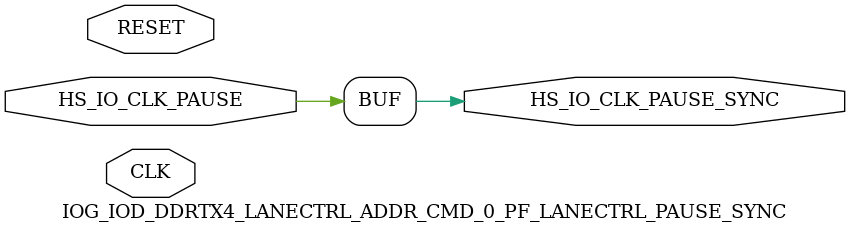
<source format=v>


module IOG_IOD_DDRTX4_LANECTRL_ADDR_CMD_0_PF_LANECTRL_PAUSE_SYNC( CLK, RESET, HS_IO_CLK_PAUSE, HS_IO_CLK_PAUSE_SYNC );
	
	input CLK, RESET, HS_IO_CLK_PAUSE;
	output HS_IO_CLK_PAUSE_SYNC;

	parameter ENABLE_PAUSE_EXTENSION = 2'b00;

	reg pause_reg_0, pause_reg_1, pause;
	wire pause_sync_0_i;

	generate 
		if( ENABLE_PAUSE_EXTENSION == 3'b000 ) begin : feed
			assign HS_IO_CLK_PAUSE_SYNC = HS_IO_CLK_PAUSE;
		end else if( ENABLE_PAUSE_EXTENSION == 3'b001 ) begin : pipe
			(* HS_IO_CLK_PAUSE_SYNC = 1, syn_keep = 1 *) SLE pause_sync_0(
				.CLK( CLK ),
				.D( HS_IO_CLK_PAUSE ),
				.Q( pause_sync_0_i ),
				.LAT( 1'b0 ),
				.EN( 1'b1 ),
				.ALn( ~RESET ),
				.ADn( 1'b1 ),
				.SLn( 1'b1 ),
				.SD( 1'b0 )
				);

			(* HS_IO_CLK_PAUSE_SYNC = 1, syn_keep = 1 *) SLE pause_sync (
				.CLK( CLK ),
				.D( pause_sync_0_i ),
				.Q( HS_IO_CLK_PAUSE_SYNC ),
				.LAT( 1'b0 ),
				.EN( 1'b1 ),
				.ALn( ~RESET ),
				.ADn( 1'b1 ),
				.SLn( 1'b1 ),
				.SD( 1'b0 )
				);
		end else if ( ENABLE_PAUSE_EXTENSION == 3'b010 ) begin : ext_pipe
			always @(posedge CLK or posedge RESET) begin : ext
				if( RESET == 1'b1 ) begin
					pause_reg_0 <= 1'b0;
					pause_reg_1 <= 1'b0;
					pause <= 1'b0;
				end else begin
					pause_reg_0 <= HS_IO_CLK_PAUSE;
					pause_reg_1 <= pause_reg_0;
					if( HS_IO_CLK_PAUSE == 1'b0 && pause_reg_0 ==1'b1 && pause_reg_1 == 1'b0 )
						pause <= 1'b1; // Extend by 1 cycle if the pulse is less than a cycle
					else
						pause <= HS_IO_CLK_PAUSE;
				end
			end

			(* HS_IO_CLK_PAUSE_SYNC = 1, syn_keep = 1 *) SLE pause_sync (
				.CLK( CLK ),
				.D( pause ),
				.Q( HS_IO_CLK_PAUSE_SYNC ),
				.LAT( 1'b0 ),
				.EN( 1'b1 ),
				.ALn( ~RESET ),
				.ADn( 1'b1 ),
				.SLn( 1'b1 ),
				.SD( 1'b0 )
				);
		end else if ( ENABLE_PAUSE_EXTENSION == 3'b011 ) begin : pipe_fall 
			(* HS_IO_CLK_PAUSE_SYNC = 1, syn_keep = 1 *) SLE pause_sync_0 (
				.CLK( CLK ),
				.D( HS_IO_CLK_PAUSE ),
				.Q( pause_sync_0_i ),
				.LAT( 1'b0 ),
				.EN( 1'b1 ),
				.ALn( ~RESET ),
				.ADn( 1'b1 ),
				.SLn( 1'b1 ),
				.SD( 1'b0 )
				);

			(* HS_IO_CLK_PAUSE_SYNC = 1, syn_keep = 1 *) SLE pause_sync (
				.CLK( ~CLK ),
				.D( pause_sync_0_i ),
				.Q( HS_IO_CLK_PAUSE_SYNC ),
				.LAT( 1'b0 ),
				.EN( 1'b1 ),
				.ALn( ~RESET ),
				.ADn( 1'b1 ),
				.SLn( 1'b1 ),
				.SD( 1'b0 )
				);
		end else if ( ENABLE_PAUSE_EXTENSION == 3'b100 ) begin : ext_pipe_fall 
			always @(posedge CLK or posedge RESET) begin : ext
				if( RESET == 1'b1 ) begin
					pause_reg_0 <= 1'b0;
					pause_reg_1 <= 1'b0;
					pause <= 1'b0;
				end else begin
					pause_reg_0 <= HS_IO_CLK_PAUSE;
					pause_reg_1 <= pause_reg_0;
					if( HS_IO_CLK_PAUSE == 1'b0 && pause_reg_0 ==1'b1 && pause_reg_1 == 1'b0 )
						pause <= 1'b1; // Extend by 1 cycle if the pulse is less than a cycle
					else
						pause <= HS_IO_CLK_PAUSE;
				end
			end

			(* HS_IO_CLK_PAUSE_SYNC = 1, syn_keep = 1 *) SLE pause_sync (
				.CLK( ~CLK ),
				.D( pause ),
				.Q( HS_IO_CLK_PAUSE_SYNC ),
				.LAT( 1'b0 ),
				.EN( 1'b1 ),
				.ALn( ~RESET ),
				.ADn( 1'b1 ),
				.SLn( 1'b1 ),
				.SD( 1'b0 )
				);
		end
	endgenerate

endmodule
</source>
